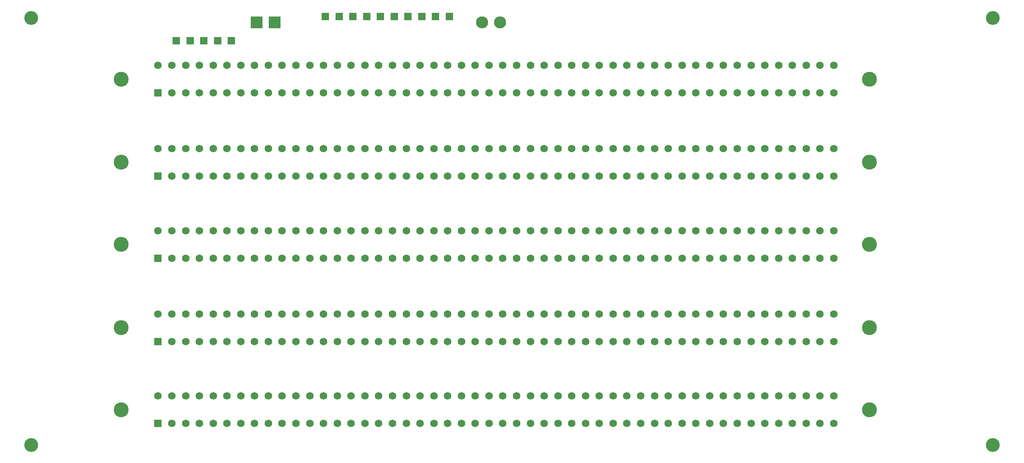
<source format=gbr>
%TF.GenerationSoftware,KiCad,Pcbnew,(6.0.0)*%
%TF.CreationDate,2022-01-24T17:49:48-05:00*%
%TF.ProjectId,crusader 2 backplane,63727573-6164-4657-9220-32206261636b,rev?*%
%TF.SameCoordinates,Original*%
%TF.FileFunction,Soldermask,Top*%
%TF.FilePolarity,Negative*%
%FSLAX46Y46*%
G04 Gerber Fmt 4.6, Leading zero omitted, Abs format (unit mm)*
G04 Created by KiCad (PCBNEW (6.0.0)) date 2022-01-24 17:49:48*
%MOMM*%
%LPD*%
G01*
G04 APERTURE LIST*
%ADD10C,3.200000*%
%ADD11R,1.700000X1.700000*%
%ADD12C,3.450000*%
%ADD13R,1.755000X1.755000*%
%ADD14C,1.755000*%
%ADD15R,2.800000X2.800000*%
%ADD16O,2.800000X2.800000*%
G04 APERTURE END LIST*
D10*
%TO.C,REF\u002A\u002A*%
X261366000Y-42418000D03*
%TD*%
D11*
%TO.C,J7*%
X76231000Y-47664000D03*
%TD*%
%TO.C,J11*%
X107436000Y-42074000D03*
%TD*%
D12*
%TO.C,J1*%
X232931000Y-113909000D03*
X60341000Y-113909000D03*
D13*
X68846000Y-117084000D03*
D14*
X68846000Y-110734000D03*
X72026000Y-117084000D03*
X72026000Y-110734000D03*
X75206000Y-117084000D03*
X75206000Y-110734000D03*
X78386000Y-117084000D03*
X78386000Y-110734000D03*
X81566000Y-117084000D03*
X81566000Y-110734000D03*
X84746000Y-117084000D03*
X84746000Y-110734000D03*
X87926000Y-117084000D03*
X87926000Y-110734000D03*
X91106000Y-117084000D03*
X91106000Y-110734000D03*
X94286000Y-117084000D03*
X94286000Y-110734000D03*
X97466000Y-117084000D03*
X97466000Y-110734000D03*
X100646000Y-117084000D03*
X100646000Y-110734000D03*
X103826000Y-117084000D03*
X103826000Y-110734000D03*
X107006000Y-117084000D03*
X107006000Y-110734000D03*
X110186000Y-117084000D03*
X110186000Y-110734000D03*
X113366000Y-117084000D03*
X113366000Y-110734000D03*
X116546000Y-117084000D03*
X116546000Y-110734000D03*
X119726000Y-117084000D03*
X119726000Y-110734000D03*
X122906000Y-117084000D03*
X122906000Y-110734000D03*
X126086000Y-117084000D03*
X126086000Y-110734000D03*
X129266000Y-117084000D03*
X129266000Y-110734000D03*
X132446000Y-117084000D03*
X132446000Y-110734000D03*
X135626000Y-117084000D03*
X135626000Y-110734000D03*
X138806000Y-117084000D03*
X138806000Y-110734000D03*
X141986000Y-117084000D03*
X141986000Y-110734000D03*
X145166000Y-117084000D03*
X145166000Y-110734000D03*
X148346000Y-117084000D03*
X148346000Y-110734000D03*
X151526000Y-117084000D03*
X151526000Y-110734000D03*
X154706000Y-117084000D03*
X154706000Y-110734000D03*
X157886000Y-117084000D03*
X157886000Y-110734000D03*
X161066000Y-117084000D03*
X161066000Y-110734000D03*
X164246000Y-117084000D03*
X164246000Y-110734000D03*
X167426000Y-117084000D03*
X167426000Y-110734000D03*
X170606000Y-117084000D03*
X170606000Y-110734000D03*
X173786000Y-117084000D03*
X173786000Y-110734000D03*
X176966000Y-117084000D03*
X176966000Y-110734000D03*
X180146000Y-117084000D03*
X180146000Y-110734000D03*
X183326000Y-117084000D03*
X183326000Y-110734000D03*
X186506000Y-117084000D03*
X186506000Y-110734000D03*
X189686000Y-117084000D03*
X189686000Y-110734000D03*
X192866000Y-117084000D03*
X192866000Y-110734000D03*
X196046000Y-117084000D03*
X196046000Y-110734000D03*
X199226000Y-117084000D03*
X199226000Y-110734000D03*
X202406000Y-117084000D03*
X202406000Y-110734000D03*
X205586000Y-117084000D03*
X205586000Y-110734000D03*
X208766000Y-117084000D03*
X208766000Y-110734000D03*
X211946000Y-117084000D03*
X211946000Y-110734000D03*
X215126000Y-117084000D03*
X215126000Y-110734000D03*
X218306000Y-117084000D03*
X218306000Y-110734000D03*
X221486000Y-117084000D03*
X221486000Y-110734000D03*
X224666000Y-117084000D03*
X224666000Y-110734000D03*
%TD*%
D11*
%TO.C,J9*%
X82581000Y-47664000D03*
%TD*%
D12*
%TO.C,J5*%
X60341000Y-132799000D03*
X232931000Y-132799000D03*
D13*
X68846000Y-135974000D03*
D14*
X68846000Y-129624000D03*
X72026000Y-135974000D03*
X72026000Y-129624000D03*
X75206000Y-135974000D03*
X75206000Y-129624000D03*
X78386000Y-135974000D03*
X78386000Y-129624000D03*
X81566000Y-135974000D03*
X81566000Y-129624000D03*
X84746000Y-135974000D03*
X84746000Y-129624000D03*
X87926000Y-135974000D03*
X87926000Y-129624000D03*
X91106000Y-135974000D03*
X91106000Y-129624000D03*
X94286000Y-135974000D03*
X94286000Y-129624000D03*
X97466000Y-135974000D03*
X97466000Y-129624000D03*
X100646000Y-135974000D03*
X100646000Y-129624000D03*
X103826000Y-135974000D03*
X103826000Y-129624000D03*
X107006000Y-135974000D03*
X107006000Y-129624000D03*
X110186000Y-135974000D03*
X110186000Y-129624000D03*
X113366000Y-135974000D03*
X113366000Y-129624000D03*
X116546000Y-135974000D03*
X116546000Y-129624000D03*
X119726000Y-135974000D03*
X119726000Y-129624000D03*
X122906000Y-135974000D03*
X122906000Y-129624000D03*
X126086000Y-135974000D03*
X126086000Y-129624000D03*
X129266000Y-135974000D03*
X129266000Y-129624000D03*
X132446000Y-135974000D03*
X132446000Y-129624000D03*
X135626000Y-135974000D03*
X135626000Y-129624000D03*
X138806000Y-135974000D03*
X138806000Y-129624000D03*
X141986000Y-135974000D03*
X141986000Y-129624000D03*
X145166000Y-135974000D03*
X145166000Y-129624000D03*
X148346000Y-135974000D03*
X148346000Y-129624000D03*
X151526000Y-135974000D03*
X151526000Y-129624000D03*
X154706000Y-135974000D03*
X154706000Y-129624000D03*
X157886000Y-135974000D03*
X157886000Y-129624000D03*
X161066000Y-135974000D03*
X161066000Y-129624000D03*
X164246000Y-135974000D03*
X164246000Y-129624000D03*
X167426000Y-135974000D03*
X167426000Y-129624000D03*
X170606000Y-135974000D03*
X170606000Y-129624000D03*
X173786000Y-135974000D03*
X173786000Y-129624000D03*
X176966000Y-135974000D03*
X176966000Y-129624000D03*
X180146000Y-135974000D03*
X180146000Y-129624000D03*
X183326000Y-135974000D03*
X183326000Y-129624000D03*
X186506000Y-135974000D03*
X186506000Y-129624000D03*
X189686000Y-135974000D03*
X189686000Y-129624000D03*
X192866000Y-135974000D03*
X192866000Y-129624000D03*
X196046000Y-135974000D03*
X196046000Y-129624000D03*
X199226000Y-135974000D03*
X199226000Y-129624000D03*
X202406000Y-135974000D03*
X202406000Y-129624000D03*
X205586000Y-135974000D03*
X205586000Y-129624000D03*
X208766000Y-135974000D03*
X208766000Y-129624000D03*
X211946000Y-135974000D03*
X211946000Y-129624000D03*
X215126000Y-135974000D03*
X215126000Y-129624000D03*
X218306000Y-135974000D03*
X218306000Y-129624000D03*
X221486000Y-135974000D03*
X221486000Y-129624000D03*
X224666000Y-135974000D03*
X224666000Y-129624000D03*
%TD*%
D11*
%TO.C,J16*%
X123311000Y-42074000D03*
%TD*%
D10*
%TO.C,REF\u002A\u002A*%
X261366000Y-140970000D03*
%TD*%
D11*
%TO.C,J18*%
X129661000Y-42074000D03*
%TD*%
%TO.C,J17*%
X126486000Y-42074000D03*
%TD*%
D12*
%TO.C,J4*%
X60341000Y-56539000D03*
X232931000Y-56539000D03*
D13*
X68846000Y-59714000D03*
D14*
X68846000Y-53364000D03*
X72026000Y-59714000D03*
X72026000Y-53364000D03*
X75206000Y-59714000D03*
X75206000Y-53364000D03*
X78386000Y-59714000D03*
X78386000Y-53364000D03*
X81566000Y-59714000D03*
X81566000Y-53364000D03*
X84746000Y-59714000D03*
X84746000Y-53364000D03*
X87926000Y-59714000D03*
X87926000Y-53364000D03*
X91106000Y-59714000D03*
X91106000Y-53364000D03*
X94286000Y-59714000D03*
X94286000Y-53364000D03*
X97466000Y-59714000D03*
X97466000Y-53364000D03*
X100646000Y-59714000D03*
X100646000Y-53364000D03*
X103826000Y-59714000D03*
X103826000Y-53364000D03*
X107006000Y-59714000D03*
X107006000Y-53364000D03*
X110186000Y-59714000D03*
X110186000Y-53364000D03*
X113366000Y-59714000D03*
X113366000Y-53364000D03*
X116546000Y-59714000D03*
X116546000Y-53364000D03*
X119726000Y-59714000D03*
X119726000Y-53364000D03*
X122906000Y-59714000D03*
X122906000Y-53364000D03*
X126086000Y-59714000D03*
X126086000Y-53364000D03*
X129266000Y-59714000D03*
X129266000Y-53364000D03*
X132446000Y-59714000D03*
X132446000Y-53364000D03*
X135626000Y-59714000D03*
X135626000Y-53364000D03*
X138806000Y-59714000D03*
X138806000Y-53364000D03*
X141986000Y-59714000D03*
X141986000Y-53364000D03*
X145166000Y-59714000D03*
X145166000Y-53364000D03*
X148346000Y-59714000D03*
X148346000Y-53364000D03*
X151526000Y-59714000D03*
X151526000Y-53364000D03*
X154706000Y-59714000D03*
X154706000Y-53364000D03*
X157886000Y-59714000D03*
X157886000Y-53364000D03*
X161066000Y-59714000D03*
X161066000Y-53364000D03*
X164246000Y-59714000D03*
X164246000Y-53364000D03*
X167426000Y-59714000D03*
X167426000Y-53364000D03*
X170606000Y-59714000D03*
X170606000Y-53364000D03*
X173786000Y-59714000D03*
X173786000Y-53364000D03*
X176966000Y-59714000D03*
X176966000Y-53364000D03*
X180146000Y-59714000D03*
X180146000Y-53364000D03*
X183326000Y-59714000D03*
X183326000Y-53364000D03*
X186506000Y-59714000D03*
X186506000Y-53364000D03*
X189686000Y-59714000D03*
X189686000Y-53364000D03*
X192866000Y-59714000D03*
X192866000Y-53364000D03*
X196046000Y-59714000D03*
X196046000Y-53364000D03*
X199226000Y-59714000D03*
X199226000Y-53364000D03*
X202406000Y-59714000D03*
X202406000Y-53364000D03*
X205586000Y-59714000D03*
X205586000Y-53364000D03*
X208766000Y-59714000D03*
X208766000Y-53364000D03*
X211946000Y-59714000D03*
X211946000Y-53364000D03*
X215126000Y-59714000D03*
X215126000Y-53364000D03*
X218306000Y-59714000D03*
X218306000Y-53364000D03*
X221486000Y-59714000D03*
X221486000Y-53364000D03*
X224666000Y-59714000D03*
X224666000Y-53364000D03*
%TD*%
D11*
%TO.C,J13*%
X113786000Y-42074000D03*
%TD*%
%TO.C,J10*%
X85756000Y-47664000D03*
%TD*%
D10*
%TO.C,REF\u002A\u002A*%
X39624000Y-42418000D03*
%TD*%
D11*
%TO.C,J6*%
X73056000Y-47664000D03*
%TD*%
D12*
%TO.C,J3*%
X232931000Y-75719000D03*
X60341000Y-75719000D03*
D13*
X68846000Y-78894000D03*
D14*
X68846000Y-72544000D03*
X72026000Y-78894000D03*
X72026000Y-72544000D03*
X75206000Y-78894000D03*
X75206000Y-72544000D03*
X78386000Y-78894000D03*
X78386000Y-72544000D03*
X81566000Y-78894000D03*
X81566000Y-72544000D03*
X84746000Y-78894000D03*
X84746000Y-72544000D03*
X87926000Y-78894000D03*
X87926000Y-72544000D03*
X91106000Y-78894000D03*
X91106000Y-72544000D03*
X94286000Y-78894000D03*
X94286000Y-72544000D03*
X97466000Y-78894000D03*
X97466000Y-72544000D03*
X100646000Y-78894000D03*
X100646000Y-72544000D03*
X103826000Y-78894000D03*
X103826000Y-72544000D03*
X107006000Y-78894000D03*
X107006000Y-72544000D03*
X110186000Y-78894000D03*
X110186000Y-72544000D03*
X113366000Y-78894000D03*
X113366000Y-72544000D03*
X116546000Y-78894000D03*
X116546000Y-72544000D03*
X119726000Y-78894000D03*
X119726000Y-72544000D03*
X122906000Y-78894000D03*
X122906000Y-72544000D03*
X126086000Y-78894000D03*
X126086000Y-72544000D03*
X129266000Y-78894000D03*
X129266000Y-72544000D03*
X132446000Y-78894000D03*
X132446000Y-72544000D03*
X135626000Y-78894000D03*
X135626000Y-72544000D03*
X138806000Y-78894000D03*
X138806000Y-72544000D03*
X141986000Y-78894000D03*
X141986000Y-72544000D03*
X145166000Y-78894000D03*
X145166000Y-72544000D03*
X148346000Y-78894000D03*
X148346000Y-72544000D03*
X151526000Y-78894000D03*
X151526000Y-72544000D03*
X154706000Y-78894000D03*
X154706000Y-72544000D03*
X157886000Y-78894000D03*
X157886000Y-72544000D03*
X161066000Y-78894000D03*
X161066000Y-72544000D03*
X164246000Y-78894000D03*
X164246000Y-72544000D03*
X167426000Y-78894000D03*
X167426000Y-72544000D03*
X170606000Y-78894000D03*
X170606000Y-72544000D03*
X173786000Y-78894000D03*
X173786000Y-72544000D03*
X176966000Y-78894000D03*
X176966000Y-72544000D03*
X180146000Y-78894000D03*
X180146000Y-72544000D03*
X183326000Y-78894000D03*
X183326000Y-72544000D03*
X186506000Y-78894000D03*
X186506000Y-72544000D03*
X189686000Y-78894000D03*
X189686000Y-72544000D03*
X192866000Y-78894000D03*
X192866000Y-72544000D03*
X196046000Y-78894000D03*
X196046000Y-72544000D03*
X199226000Y-78894000D03*
X199226000Y-72544000D03*
X202406000Y-78894000D03*
X202406000Y-72544000D03*
X205586000Y-78894000D03*
X205586000Y-72544000D03*
X208766000Y-78894000D03*
X208766000Y-72544000D03*
X211946000Y-78894000D03*
X211946000Y-72544000D03*
X215126000Y-78894000D03*
X215126000Y-72544000D03*
X218306000Y-78894000D03*
X218306000Y-72544000D03*
X221486000Y-78894000D03*
X221486000Y-72544000D03*
X224666000Y-78894000D03*
X224666000Y-72544000D03*
%TD*%
D11*
%TO.C,J15*%
X120136000Y-42074000D03*
%TD*%
D12*
%TO.C,J2*%
X60341000Y-94679000D03*
X232931000Y-94679000D03*
D13*
X68846000Y-97854000D03*
D14*
X68846000Y-91504000D03*
X72026000Y-97854000D03*
X72026000Y-91504000D03*
X75206000Y-97854000D03*
X75206000Y-91504000D03*
X78386000Y-97854000D03*
X78386000Y-91504000D03*
X81566000Y-97854000D03*
X81566000Y-91504000D03*
X84746000Y-97854000D03*
X84746000Y-91504000D03*
X87926000Y-97854000D03*
X87926000Y-91504000D03*
X91106000Y-97854000D03*
X91106000Y-91504000D03*
X94286000Y-97854000D03*
X94286000Y-91504000D03*
X97466000Y-97854000D03*
X97466000Y-91504000D03*
X100646000Y-97854000D03*
X100646000Y-91504000D03*
X103826000Y-97854000D03*
X103826000Y-91504000D03*
X107006000Y-97854000D03*
X107006000Y-91504000D03*
X110186000Y-97854000D03*
X110186000Y-91504000D03*
X113366000Y-97854000D03*
X113366000Y-91504000D03*
X116546000Y-97854000D03*
X116546000Y-91504000D03*
X119726000Y-97854000D03*
X119726000Y-91504000D03*
X122906000Y-97854000D03*
X122906000Y-91504000D03*
X126086000Y-97854000D03*
X126086000Y-91504000D03*
X129266000Y-97854000D03*
X129266000Y-91504000D03*
X132446000Y-97854000D03*
X132446000Y-91504000D03*
X135626000Y-97854000D03*
X135626000Y-91504000D03*
X138806000Y-97854000D03*
X138806000Y-91504000D03*
X141986000Y-97854000D03*
X141986000Y-91504000D03*
X145166000Y-97854000D03*
X145166000Y-91504000D03*
X148346000Y-97854000D03*
X148346000Y-91504000D03*
X151526000Y-97854000D03*
X151526000Y-91504000D03*
X154706000Y-97854000D03*
X154706000Y-91504000D03*
X157886000Y-97854000D03*
X157886000Y-91504000D03*
X161066000Y-97854000D03*
X161066000Y-91504000D03*
X164246000Y-97854000D03*
X164246000Y-91504000D03*
X167426000Y-97854000D03*
X167426000Y-91504000D03*
X170606000Y-97854000D03*
X170606000Y-91504000D03*
X173786000Y-97854000D03*
X173786000Y-91504000D03*
X176966000Y-97854000D03*
X176966000Y-91504000D03*
X180146000Y-97854000D03*
X180146000Y-91504000D03*
X183326000Y-97854000D03*
X183326000Y-91504000D03*
X186506000Y-97854000D03*
X186506000Y-91504000D03*
X189686000Y-97854000D03*
X189686000Y-91504000D03*
X192866000Y-97854000D03*
X192866000Y-91504000D03*
X196046000Y-97854000D03*
X196046000Y-91504000D03*
X199226000Y-97854000D03*
X199226000Y-91504000D03*
X202406000Y-97854000D03*
X202406000Y-91504000D03*
X205586000Y-97854000D03*
X205586000Y-91504000D03*
X208766000Y-97854000D03*
X208766000Y-91504000D03*
X211946000Y-97854000D03*
X211946000Y-91504000D03*
X215126000Y-97854000D03*
X215126000Y-91504000D03*
X218306000Y-97854000D03*
X218306000Y-91504000D03*
X221486000Y-97854000D03*
X221486000Y-91504000D03*
X224666000Y-97854000D03*
X224666000Y-91504000D03*
%TD*%
D10*
%TO.C,REF\u002A\u002A*%
X39624000Y-140970000D03*
%TD*%
D11*
%TO.C,J12*%
X110611000Y-42074000D03*
%TD*%
D15*
%TO.C,C1*%
X91602000Y-43434000D03*
D16*
X143602000Y-43434000D03*
%TD*%
D11*
%TO.C,J19*%
X132836000Y-42074000D03*
%TD*%
%TO.C,J14*%
X116961000Y-42074000D03*
%TD*%
%TO.C,J8*%
X79406000Y-47664000D03*
%TD*%
%TO.C,J20*%
X136011000Y-42074000D03*
%TD*%
D15*
%TO.C,C2*%
X95758000Y-43434000D03*
D16*
X147758000Y-43434000D03*
%TD*%
M02*

</source>
